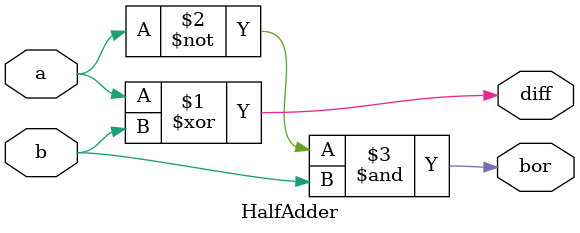
<source format=v>


module HalfAdder(
	input a,b,
	output diff,bor);

	xor(diff,a,b);
	and(bor,~a,b);

endmodule

</source>
